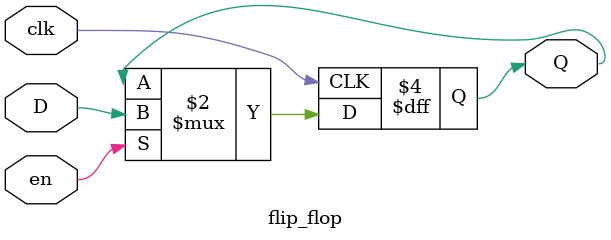
<source format=v>
module flip_flop(input D, input clk, input en, output reg Q);
  always @ (posedge clk)
    if(en)
      Q <= D;
endmodule

</source>
